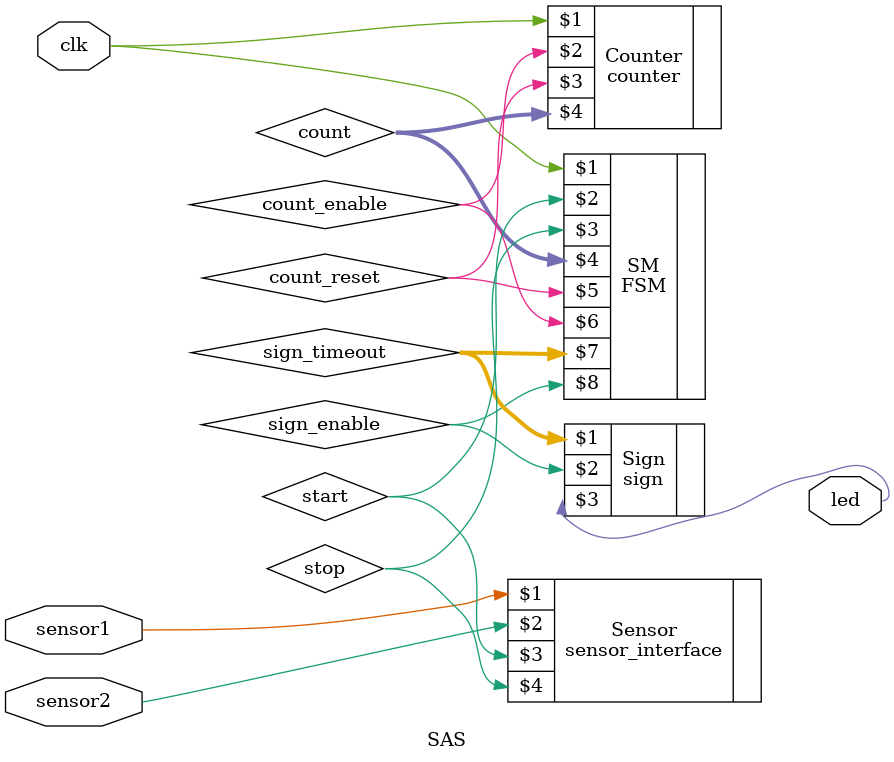
<source format=v>
module SAS(sensor1, sensor2, clk, led);

input sensor1, sensor2, clk;
output led;

wire start, stop, count_reset, count_enable, sing_enable;
wire [31:0] count;
wire [31:0] sign_timeout;

sensor_interface Sensor(sensor1, sensor2, start, stop);
FSM SM(clk, start, stop, count, count_reset, count_enable, sign_timeout, sign_enable);
counter Counter(clk, count_enable, count_reset, count);
sign Sign(sign_timeout, sign_enable, led);

endmodule 
</source>
